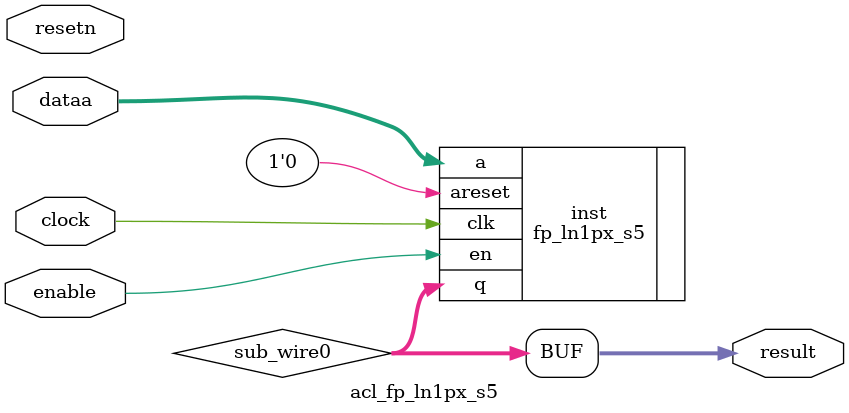
<source format=v>
    


module acl_fp_ln1px_s5 (
	enable, resetn,
	clock,
	dataa,
	result);

	input	  enable, resetn;
	input	  clock;
	input	[31:0]  dataa;
	output	[31:0]  result;

	wire [31:0] sub_wire0;
	wire [31:0] result = sub_wire0[31:0];

  fp_ln1px_s5 inst ( .clk(clock),
                  .areset(1'b0),
                  .en(enable),
                  .a(dataa),
                  .q(sub_wire0));

endmodule

</source>
